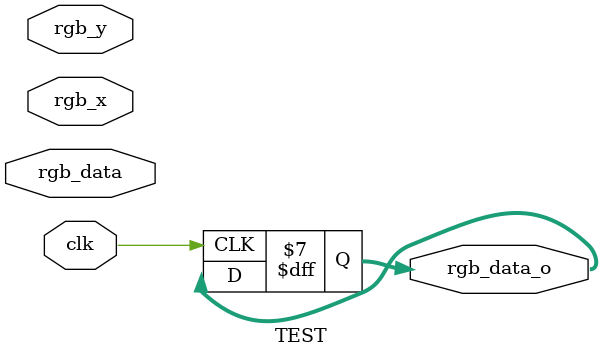
<source format=v>
`timescale 1ns / 1ps


module TEST(
input clk,
input [23:0]rgb_data,
input rgb_x,
input rgb_y,
output reg [23:0] rgb_data_o
    );
    
    always@(posedge clk)
    begin
        if(rgb_x==640 && rgb_y==360)
            rgb_data_o<=rgb_data; 
    end
    
   
endmodule

</source>
